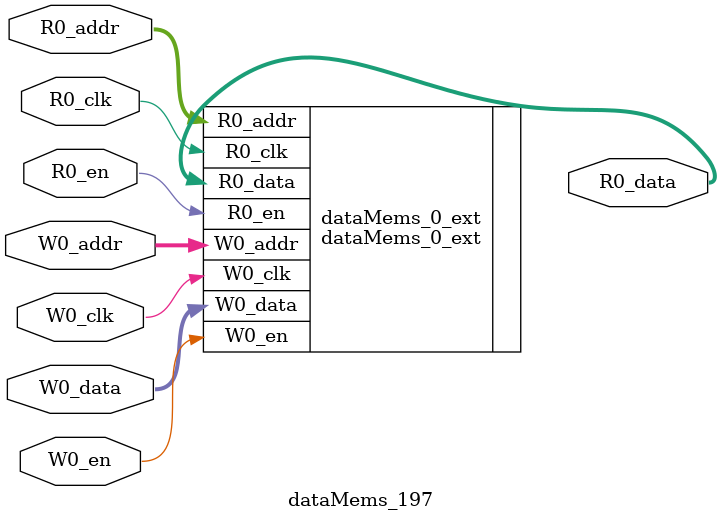
<source format=sv>
`ifndef RANDOMIZE
  `ifdef RANDOMIZE_REG_INIT
    `define RANDOMIZE
  `endif // RANDOMIZE_REG_INIT
`endif // not def RANDOMIZE
`ifndef RANDOMIZE
  `ifdef RANDOMIZE_MEM_INIT
    `define RANDOMIZE
  `endif // RANDOMIZE_MEM_INIT
`endif // not def RANDOMIZE

`ifndef RANDOM
  `define RANDOM $random
`endif // not def RANDOM

// Users can define 'PRINTF_COND' to add an extra gate to prints.
`ifndef PRINTF_COND_
  `ifdef PRINTF_COND
    `define PRINTF_COND_ (`PRINTF_COND)
  `else  // PRINTF_COND
    `define PRINTF_COND_ 1
  `endif // PRINTF_COND
`endif // not def PRINTF_COND_

// Users can define 'ASSERT_VERBOSE_COND' to add an extra gate to assert error printing.
`ifndef ASSERT_VERBOSE_COND_
  `ifdef ASSERT_VERBOSE_COND
    `define ASSERT_VERBOSE_COND_ (`ASSERT_VERBOSE_COND)
  `else  // ASSERT_VERBOSE_COND
    `define ASSERT_VERBOSE_COND_ 1
  `endif // ASSERT_VERBOSE_COND
`endif // not def ASSERT_VERBOSE_COND_

// Users can define 'STOP_COND' to add an extra gate to stop conditions.
`ifndef STOP_COND_
  `ifdef STOP_COND
    `define STOP_COND_ (`STOP_COND)
  `else  // STOP_COND
    `define STOP_COND_ 1
  `endif // STOP_COND
`endif // not def STOP_COND_

// Users can define INIT_RANDOM as general code that gets injected into the
// initializer block for modules with registers.
`ifndef INIT_RANDOM
  `define INIT_RANDOM
`endif // not def INIT_RANDOM

// If using random initialization, you can also define RANDOMIZE_DELAY to
// customize the delay used, otherwise 0.002 is used.
`ifndef RANDOMIZE_DELAY
  `define RANDOMIZE_DELAY 0.002
`endif // not def RANDOMIZE_DELAY

// Define INIT_RANDOM_PROLOG_ for use in our modules below.
`ifndef INIT_RANDOM_PROLOG_
  `ifdef RANDOMIZE
    `ifdef VERILATOR
      `define INIT_RANDOM_PROLOG_ `INIT_RANDOM
    `else  // VERILATOR
      `define INIT_RANDOM_PROLOG_ `INIT_RANDOM #`RANDOMIZE_DELAY begin end
    `endif // VERILATOR
  `else  // RANDOMIZE
    `define INIT_RANDOM_PROLOG_
  `endif // RANDOMIZE
`endif // not def INIT_RANDOM_PROLOG_

// Include register initializers in init blocks unless synthesis is set
`ifndef SYNTHESIS
  `ifndef ENABLE_INITIAL_REG_
    `define ENABLE_INITIAL_REG_
  `endif // not def ENABLE_INITIAL_REG_
`endif // not def SYNTHESIS

// Include rmemory initializers in init blocks unless synthesis is set
`ifndef SYNTHESIS
  `ifndef ENABLE_INITIAL_MEM_
    `define ENABLE_INITIAL_MEM_
  `endif // not def ENABLE_INITIAL_MEM_
`endif // not def SYNTHESIS

module dataMems_197(	// @[generators/ara/src/main/scala/UnsafeAXI4ToTL.scala:365:62]
  input  [4:0]   R0_addr,
  input          R0_en,
  input          R0_clk,
  output [130:0] R0_data,
  input  [4:0]   W0_addr,
  input          W0_en,
  input          W0_clk,
  input  [130:0] W0_data
);

  dataMems_0_ext dataMems_0_ext (	// @[generators/ara/src/main/scala/UnsafeAXI4ToTL.scala:365:62]
    .R0_addr (R0_addr),
    .R0_en   (R0_en),
    .R0_clk  (R0_clk),
    .R0_data (R0_data),
    .W0_addr (W0_addr),
    .W0_en   (W0_en),
    .W0_clk  (W0_clk),
    .W0_data (W0_data)
  );
endmodule


</source>
